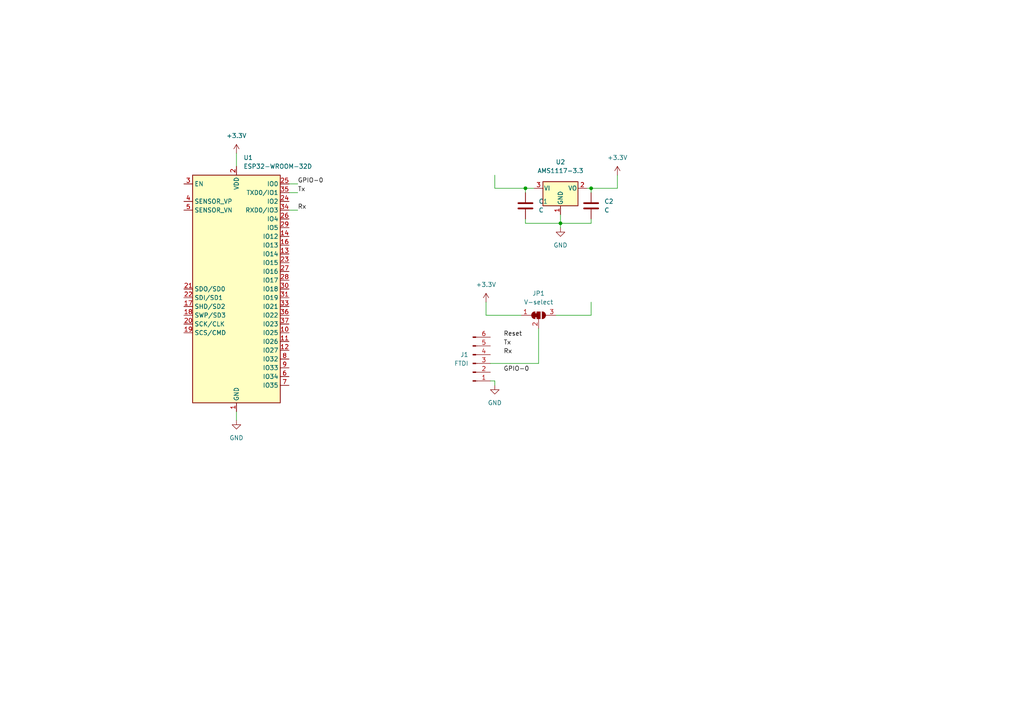
<source format=kicad_sch>
(kicad_sch (version 20211123) (generator eeschema)
  (paper "A4")
  (lib_symbols
    (symbol "Connector:Conn_01x06_Male" (pin_names (offset 1.016) hide)
      (property "Reference" "J" (at 0 7.62 0))
      (property "Value" "Conn_01x06_Male" (at 0 -10.16 0))
      (symbol "Conn_01x06_Male_1_1"
        (polyline (pts (xy 1.27 -7.62) (xy 0.8636 -7.62)) (stroke (width 0.1524)))
        (polyline (pts (xy 1.27 -5.08) (xy 0.8636 -5.08)) (stroke (width 0.1524)))
        (polyline (pts (xy 1.27 -2.54) (xy 0.8636 -2.54)) (stroke (width 0.1524)))
        (polyline (pts (xy 1.27 0) (xy 0.8636 0)) (stroke (width 0.1524)))
        (polyline (pts (xy 1.27 2.54) (xy 0.8636 2.54)) (stroke (width 0.1524)))
        (polyline (pts (xy 1.27 5.08) (xy 0.8636 5.08)) (stroke (width 0.1524)))
        (rectangle (start 0.8636 -7.493) (end 0 -7.747) (stroke (width 0.1524)) (fill (type outline)))
        (rectangle (start 0.8636 -4.953) (end 0 -5.207) (stroke (width 0.1524)) (fill (type outline)))
        (rectangle (start 0.8636 -2.413) (end 0 -2.667) (stroke (width 0.1524)) (fill (type outline)))
        (rectangle (start 0.8636 0.127) (end 0 -0.127) (stroke (width 0.1524)) (fill (type outline)))
        (rectangle (start 0.8636 2.667) (end 0 2.413) (stroke (width 0.1524)) (fill (type outline)))
        (rectangle (start 0.8636 5.207) (end 0 4.953) (stroke (width 0.1524)) (fill (type outline)))
        (pin passive line (at 5.08 5.08 180) (length 3.81) (name "Pin_1") (number "1"))
        (pin passive line (at 5.08 2.54 180) (length 3.81) (name "Pin_2") (number "2"))
        (pin passive line (at 5.08 0 180) (length 3.81) (name "Pin_3") (number "3"))
        (pin passive line (at 5.08 -2.54 180) (length 3.81) (name "Pin_4") (number "4"))
        (pin passive line (at 5.08 -5.08 180) (length 3.81) (name "Pin_5") (number "5"))
        (pin passive line (at 5.08 -7.62 180) (length 3.81) (name "Pin_6") (number "6"))
      )
    )
    (symbol "Device:C" (pin_numbers hide) (pin_names (offset 0.254))
      (property "Reference" "C" (at 0.635 2.54 0))
      (property "Value" "C" (at 0.635 -2.54 0))
      (symbol "C_0_1"
        (polyline (pts (xy -2.032 -0.762) (xy 2.032 -0.762)) (stroke (width 0.508)))
        (polyline (pts (xy -2.032 0.762) (xy 2.032 0.762)) (stroke (width 0.508)))
      )
      (symbol "C_1_1"
        (pin passive line (at 0 3.81 270) (length 2.794) (name "~") (number "1"))
        (pin passive line (at 0 -3.81 90) (length 2.794) (name "~") (number "2"))
      )
    )
    (symbol "Jumper:SolderJumper_3_Bridged12" (pin_names (offset 0) hide)
      (property "Reference" "JP" (at -2.54 -2.54 0))
      (property "Value" "SolderJumper_3_Bridged12" (at 0 2.794 0))
      (symbol "SolderJumper_3_Bridged12_0_1"
        (rectangle (start -1.016 0.508) (end -0.508 -0.508) (fill (type outline)))
        (arc (start -1.016 1.016) (mid -2.032 0) (end -1.016 -1.016))
        (arc (start -1.016 1.016) (mid -2.032 0) (end -1.016 -1.016) (fill (type outline)))
        (rectangle (start -0.508 1.016) (end 0.508 -1.016) (fill (type outline)))
        (polyline (pts (xy -2.54 0) (xy -2.032 0)))
        (polyline (pts (xy -1.016 1.016) (xy -1.016 -1.016)))
        (polyline (pts (xy 0 -1.27) (xy 0 -1.016)))
        (polyline (pts (xy 1.016 1.016) (xy 1.016 -1.016)))
        (polyline (pts (xy 2.54 0) (xy 2.032 0)))
        (arc (start 1.016 -1.016) (mid 2.032 0) (end 1.016 1.016))
        (arc (start 1.016 -1.016) (mid 2.032 0) (end 1.016 1.016) (fill (type outline)))
      )
      (symbol "SolderJumper_3_Bridged12_1_1"
        (pin passive line (at -5.08 0 0) (length 2.54) (name "A") (number "1"))
        (pin passive line (at 0 -3.81 90) (length 2.54) (name "C") (number "2"))
        (pin passive line (at 5.08 0 180) (length 2.54) (name "B") (number "3"))
      )
    )
    (symbol "RF_Module:ESP32-WROOM-32D"
      (property "Reference" "U" (at -12.7 34.29 0))
      (property "Value" "ESP32-WROOM-32D" (at 1.27 34.29 0))
      (symbol "ESP32-WROOM-32D_0_1"
        (rectangle (start -12.7 33.02) (end 12.7 -33.02) (stroke (width 0.254)) (fill (type background)))
      )
      (symbol "ESP32-WROOM-32D_1_1"
        (pin power_in line (at 0 -35.56 90) (length 2.54) (name "GND") (number "1"))
        (pin bidirectional line (at 15.24 -12.7 180) (length 2.54) (name "IO25") (number "10"))
        (pin bidirectional line (at 15.24 -15.24 180) (length 2.54) (name "IO26") (number "11"))
        (pin bidirectional line (at 15.24 -17.78 180) (length 2.54) (name "IO27") (number "12"))
        (pin bidirectional line (at 15.24 10.16 180) (length 2.54) (name "IO14") (number "13"))
        (pin bidirectional line (at 15.24 15.24 180) (length 2.54) (name "IO12") (number "14"))
        (pin passive line (at 0 -35.56 90) (length 2.54) hide (name "GND") (number "15"))
        (pin bidirectional line (at 15.24 12.7 180) (length 2.54) (name "IO13") (number "16"))
        (pin bidirectional line (at -15.24 -5.08 0) (length 2.54) (name "SHD/SD2") (number "17"))
        (pin bidirectional line (at -15.24 -7.62 0) (length 2.54) (name "SWP/SD3") (number "18"))
        (pin bidirectional line (at -15.24 -12.7 0) (length 2.54) (name "SCS/CMD") (number "19"))
        (pin power_in line (at 0 35.56 270) (length 2.54) (name "VDD") (number "2"))
        (pin bidirectional line (at -15.24 -10.16 0) (length 2.54) (name "SCK/CLK") (number "20"))
        (pin bidirectional line (at -15.24 0 0) (length 2.54) (name "SDO/SD0") (number "21"))
        (pin bidirectional line (at -15.24 -2.54 0) (length 2.54) (name "SDI/SD1") (number "22"))
        (pin bidirectional line (at 15.24 7.62 180) (length 2.54) (name "IO15") (number "23"))
        (pin bidirectional line (at 15.24 25.4 180) (length 2.54) (name "IO2") (number "24"))
        (pin bidirectional line (at 15.24 30.48 180) (length 2.54) (name "IO0") (number "25"))
        (pin bidirectional line (at 15.24 20.32 180) (length 2.54) (name "IO4") (number "26"))
        (pin bidirectional line (at 15.24 5.08 180) (length 2.54) (name "IO16") (number "27"))
        (pin bidirectional line (at 15.24 2.54 180) (length 2.54) (name "IO17") (number "28"))
        (pin bidirectional line (at 15.24 17.78 180) (length 2.54) (name "IO5") (number "29"))
        (pin input line (at -15.24 30.48 0) (length 2.54) (name "EN") (number "3"))
        (pin bidirectional line (at 15.24 0 180) (length 2.54) (name "IO18") (number "30"))
        (pin bidirectional line (at 15.24 -2.54 180) (length 2.54) (name "IO19") (number "31"))
        (pin no_connect line (at -12.7 -27.94 0) (length 2.54) hide (name "NC") (number "32"))
        (pin bidirectional line (at 15.24 -5.08 180) (length 2.54) (name "IO21") (number "33"))
        (pin bidirectional line (at 15.24 22.86 180) (length 2.54) (name "RXD0/IO3") (number "34"))
        (pin bidirectional line (at 15.24 27.94 180) (length 2.54) (name "TXD0/IO1") (number "35"))
        (pin bidirectional line (at 15.24 -7.62 180) (length 2.54) (name "IO22") (number "36"))
        (pin bidirectional line (at 15.24 -10.16 180) (length 2.54) (name "IO23") (number "37"))
        (pin passive line (at 0 -35.56 90) (length 2.54) hide (name "GND") (number "38"))
        (pin passive line (at 0 -35.56 90) (length 2.54) hide (name "GND") (number "39"))
        (pin input line (at -15.24 25.4 0) (length 2.54) (name "SENSOR_VP") (number "4"))
        (pin input line (at -15.24 22.86 0) (length 2.54) (name "SENSOR_VN") (number "5"))
        (pin input line (at 15.24 -25.4 180) (length 2.54) (name "IO34") (number "6"))
        (pin input line (at 15.24 -27.94 180) (length 2.54) (name "IO35") (number "7"))
        (pin bidirectional line (at 15.24 -20.32 180) (length 2.54) (name "IO32") (number "8"))
        (pin bidirectional line (at 15.24 -22.86 180) (length 2.54) (name "IO33") (number "9"))
      )
    )
    (symbol "Regulator_Linear:AMS1117-3.3" (pin_names (offset 0.254))
      (property "Reference" "U" (at -3.81 3.175 0))
      (property "Value" "AMS1117-3.3" (at 0 3.175 0))
      (symbol "AMS1117-3.3_0_1"
        (rectangle (start -5.08 -5.08) (end 5.08 1.905) (stroke (width 0.254)) (fill (type background)))
      )
      (symbol "AMS1117-3.3_1_1"
        (pin power_in line (at 0 -7.62 90) (length 2.54) (name "GND") (number "1"))
        (pin power_out line (at 7.62 0 180) (length 2.54) (name "VO") (number "2"))
        (pin power_in line (at -7.62 0 0) (length 2.54) (name "VI") (number "3"))
      )
    )
    (symbol "power:+3.3V" (power) (pin_names (offset 0))
      (property "Value" "+3.3V" (at 0 3.556 0))
      (symbol "+3.3V_0_1"
        (polyline (pts (xy -0.762 1.27) (xy 0 2.54)))
        (polyline (pts (xy 0 0) (xy 0 2.54)))
        (polyline (pts (xy 0 2.54) (xy 0.762 1.27)))
      )
      (symbol "+3.3V_1_1"
        (pin power_in line (at 0 0 90) (length 0) hide (name "+3.3V") (number "1"))
      )
    )
    (symbol "power:GND" (power) (pin_names (offset 0))
      (property "Value" "GND" (at 0 -3.81 0))
      (symbol "GND_0_1"
        (polyline (pts (xy 0 0) (xy 0 -1.27) (xy 1.27 -1.27) (xy 0 -2.54) (xy -1.27 -1.27) (xy 0 -1.27)))
      )
      (symbol "GND_1_1"
        (pin power_in line (at 0 0 270) (length 0) hide (name "GND") (number "1"))
      )
    )
  )
  (junction (at 162.56 64.77))
  (junction (at 152.4 54.61))
  (junction (at 171.45 54.61))
  (wire (pts (xy 68.58 44.45) (xy 68.58 48.26)))
  (wire (pts (xy 162.56 62.23) (xy 162.56 64.77)))
  (wire (pts (xy 152.4 54.61) (xy 152.4 55.88)))
  (wire (pts (xy 162.56 64.77) (xy 171.45 64.77)))
  (wire (pts (xy 143.51 50.8) (xy 143.51 54.61)))
  (wire (pts (xy 152.4 64.77) (xy 162.56 64.77)))
  (wire (pts (xy 140.97 91.44) (xy 151.13 91.44)))
  (wire (pts (xy 83.82 53.34) (xy 86.36 53.34)))
  (wire (pts (xy 140.97 87.63) (xy 140.97 91.44)))
  (wire (pts (xy 143.51 110.49) (xy 143.51 111.76)))
  (wire (pts (xy 68.58 119.38) (xy 68.58 121.92)))
  (wire (pts (xy 170.18 54.61) (xy 171.45 54.61)))
  (wire (pts (xy 156.21 105.41) (xy 156.21 95.25)))
  (wire (pts (xy 171.45 91.44) (xy 171.45 87.63)))
  (wire (pts (xy 142.24 110.49) (xy 143.51 110.49)))
  (wire (pts (xy 171.45 54.61) (xy 179.07 54.61)))
  (wire (pts (xy 83.82 55.88) (xy 86.36 55.88)))
  (wire (pts (xy 161.29 91.44) (xy 171.45 91.44)))
  (wire (pts (xy 152.4 63.5) (xy 152.4 64.77)))
  (wire (pts (xy 83.82 60.96) (xy 86.36 60.96)))
  (wire (pts (xy 154.94 54.61) (xy 152.4 54.61)))
  (wire (pts (xy 171.45 63.5) (xy 171.45 64.77)))
  (wire (pts (xy 162.56 64.77) (xy 162.56 66.04)))
  (wire (pts (xy 171.45 54.61) (xy 171.45 55.88)))
  (wire (pts (xy 152.4 54.61) (xy 143.51 54.61)))
  (wire (pts (xy 179.07 50.8) (xy 179.07 54.61)))
  (wire (pts (xy 142.24 105.41) (xy 156.21 105.41)))
  (label "Reset" (at 146.05 97.79 0))
  (label "Rx" (at 146.05 102.87 0))
  (label "GPIO-0" (at 86.36 53.34 0))
  (label "GPIO-0" (at 146.05 107.95 0))
  (label "Tx" (at 86.36 55.88 0))
  (label "Rx" (at 86.36 60.96 0))
  (label "Tx" (at 146.05 100.33 0))
  (symbol (lib_id "Device:C") (at 171.45 59.69 0) (unit 1)
    (property "Reference" "C2" (at 175.26 58.4199 0) (effects (justify left)))
    (property "Value" "C" (at 175.26 60.9599 0) (effects (justify left)))
    (property "Footprint" "Capacitor_SMD:C_0805_2012Metric" (effects hide))
  )
  (symbol (lib_id "Regulator_Linear:AMS1117-3.3") (at 162.56 54.61 0) (unit 1)
    (property "Reference" "U2" (at 162.56 46.99 0))
    (property "Value" "AMS1117-3.3" (at 162.56 49.53 0))
    (property "Footprint" "Package_TO_SOT_SMD:SOT-223-3_TabPin2" (effects hide))
    (property "Datasheet" "http://www.advanced-monolithic.com/pdf/ds1117.pdf" (effects hide))
  )
  (symbol (lib_id "RF_Module:ESP32-WROOM-32D") (at 68.58 83.82 0) (unit 1)
    (property "Reference" "U1" (at 70.5994 45.72 0) (effects (justify left)))
    (property "Value" "ESP32-WROOM-32D" (at 70.5994 48.26 0) (effects (justify left)))
    (property "Footprint" "RF_Module:ESP32-WROOM-32" (effects hide))
    (property "Datasheet" "https://www.espressif.com/sites/default/files/documentation/esp32-wroom-32d_esp32-wroom-32u_datasheet_en.pdf" (effects hide))
  )
  (symbol (lib_id "power:GND") (at 143.51 111.76 0) (unit 1)
    (property "Reference" "#PWR0104" (effects hide))
    (property "Value" "GND" (at 143.51 116.84 0))
  )
  (symbol (lib_id "power:+3.3V") (at 140.97 87.63 0) (unit 1)
    (property "Reference" "#PWR0106" (effects hide))
    (property "Value" "+3.3V" (at 140.97 82.55 0))
  )
  (symbol (lib_id "power:GND") (at 68.58 121.92 0) (unit 1)
    (property "Reference" "#PWR0103" (effects hide))
    (property "Value" "GND" (at 68.58 127 0))
  )
  (symbol (lib_id "power:GND") (at 162.56 66.04 0) (unit 1)
    (property "Reference" "#PWR0101" (effects hide))
    (property "Value" "GND" (at 162.56 71.12 0))
  )
  (symbol (lib_id "power:+3.3V") (at 68.58 44.45 0) (unit 1)
    (property "Reference" "#PWR0105" (effects hide))
    (property "Value" "+3.3V" (at 68.58 39.37 0))
  )
  (symbol (lib_id "Jumper:SolderJumper_3_Bridged12") (at 156.21 91.44 0) (unit 1)
    (property "Reference" "JP1" (at 156.21 85.09 0))
    (property "Value" "V-select" (at 156.21 87.63 0))
    (property "Footprint" "Jumper:SolderJumper-3_P1.3mm_Bridged2Bar12_Pad1.0x1.5mm_NumberLabels" (effects hide))
  )
  (symbol (lib_id "Device:C") (at 152.4 59.69 0) (unit 1)
    (property "Reference" "C1" (at 156.21 58.4199 0) (effects (justify left)))
    (property "Value" "C" (at 156.21 60.9599 0) (effects (justify left)))
    (property "Footprint" "Capacitor_SMD:C_0805_2012Metric" (effects hide))
  )
  (symbol (lib_id "Connector:Conn_01x06_Male") (at 137.16 105.41 0) (mirror x) (unit 1)
    (property "Reference" "J1" (at 135.89 102.8699 0) (effects (justify right)))
    (property "Value" "FTDI" (at 135.89 105.4099 0) (effects (justify right)))
    (property "Footprint" "Connector_PinSocket_2.54mm:PinSocket_1x06_P2.54mm_Vertical" (effects hide))
  )
  (symbol (lib_id "power:+3.3V") (at 179.07 50.8 0) (unit 1)
    (property "Reference" "#PWR0102" (effects hide))
    (property "Value" "+3.3V" (at 179.07 45.72 0))
  )
)
</source>
